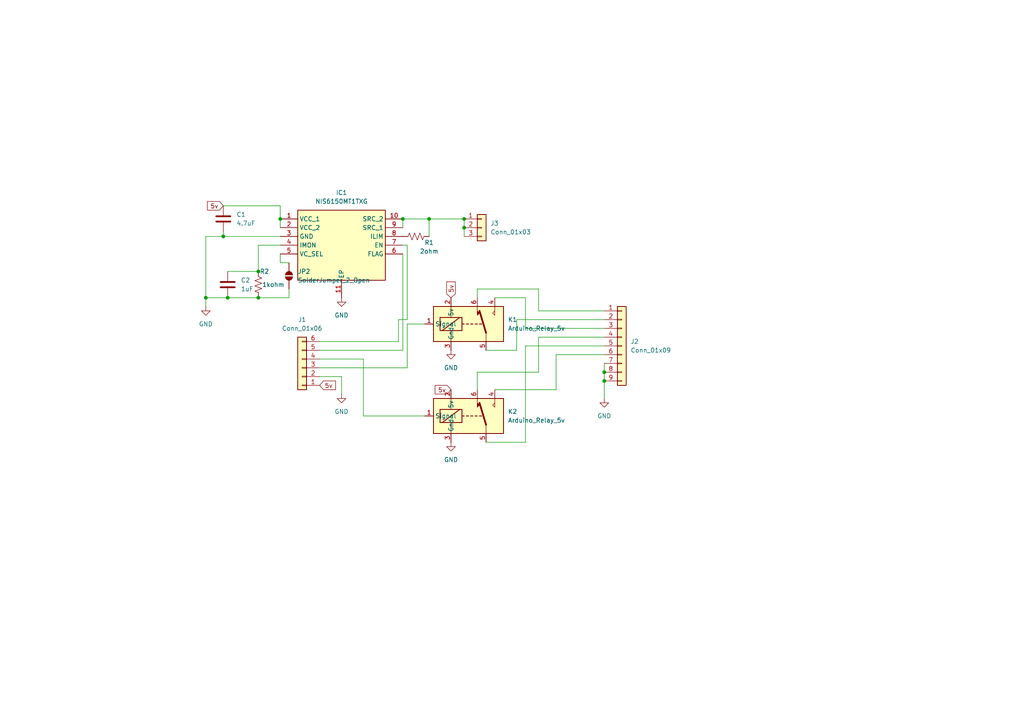
<source format=kicad_sch>
(kicad_sch
	(version 20250114)
	(generator "eeschema")
	(generator_version "9.0")
	(uuid "065e0131-3354-41be-8250-27f24cb15c74")
	(paper "A4")
	(lib_symbols
		(symbol "=Power ICs:NIS6150MT1TXG"
			(exclude_from_sim no)
			(in_bom yes)
			(on_board yes)
			(property "Reference" "IC"
				(at 31.75 7.62 0)
				(effects
					(font
						(size 1.27 1.27)
					)
					(justify left top)
				)
			)
			(property "Value" "NIS6150MT1TXG"
				(at 31.75 5.08 0)
				(effects
					(font
						(size 1.27 1.27)
					)
					(justify left top)
				)
			)
			(property "Footprint" "SON50P300X300X80-11N-D"
				(at 31.75 -94.92 0)
				(effects
					(font
						(size 1.27 1.27)
					)
					(justify left top)
					(hide yes)
				)
			)
			(property "Datasheet" "https://www.onsemi.com/pub/Collateral/NIS6150-D.PDF"
				(at 31.75 -194.92 0)
				(effects
					(font
						(size 1.27 1.27)
					)
					(justify left top)
					(hide yes)
				)
			)
			(property "Description" ""
				(at 0 0 0)
				(effects
					(font
						(size 1.27 1.27)
					)
					(hide yes)
				)
			)
			(property "Height" "0.8"
				(at 31.75 -394.92 0)
				(effects
					(font
						(size 1.27 1.27)
					)
					(justify left top)
					(hide yes)
				)
			)
			(property "Mouser Part Number" "863-NIS6150MT1TXG"
				(at 31.75 -494.92 0)
				(effects
					(font
						(size 1.27 1.27)
					)
					(justify left top)
					(hide yes)
				)
			)
			(property "Mouser Price/Stock" "https://www.mouser.co.uk/ProductDetail/onsemi/NIS6150MT1TXG?qs=BJlw7L4Cy79rRBZL8buluQ%3D%3D"
				(at 31.75 -594.92 0)
				(effects
					(font
						(size 1.27 1.27)
					)
					(justify left top)
					(hide yes)
				)
			)
			(property "Manufacturer_Name" "onsemi"
				(at 31.75 -694.92 0)
				(effects
					(font
						(size 1.27 1.27)
					)
					(justify left top)
					(hide yes)
				)
			)
			(property "Manufacturer_Part_Number" "NIS6150MT1TXG"
				(at 31.75 -794.92 0)
				(effects
					(font
						(size 1.27 1.27)
					)
					(justify left top)
					(hide yes)
				)
			)
			(symbol "NIS6150MT1TXG_1_1"
				(rectangle
					(start 5.08 2.54)
					(end 30.48 -17.78)
					(stroke
						(width 0.254)
						(type default)
					)
					(fill
						(type background)
					)
				)
				(pin passive line
					(at 0 0 0)
					(length 5.08)
					(name "VCC_1"
						(effects
							(font
								(size 1.27 1.27)
							)
						)
					)
					(number "1"
						(effects
							(font
								(size 1.27 1.27)
							)
						)
					)
				)
				(pin passive line
					(at 0 -2.54 0)
					(length 5.08)
					(name "VCC_2"
						(effects
							(font
								(size 1.27 1.27)
							)
						)
					)
					(number "2"
						(effects
							(font
								(size 1.27 1.27)
							)
						)
					)
				)
				(pin passive line
					(at 0 -5.08 0)
					(length 5.08)
					(name "GND"
						(effects
							(font
								(size 1.27 1.27)
							)
						)
					)
					(number "3"
						(effects
							(font
								(size 1.27 1.27)
							)
						)
					)
				)
				(pin passive line
					(at 0 -7.62 0)
					(length 5.08)
					(name "IMON"
						(effects
							(font
								(size 1.27 1.27)
							)
						)
					)
					(number "4"
						(effects
							(font
								(size 1.27 1.27)
							)
						)
					)
				)
				(pin passive line
					(at 0 -10.16 0)
					(length 5.08)
					(name "VC_SEL"
						(effects
							(font
								(size 1.27 1.27)
							)
						)
					)
					(number "5"
						(effects
							(font
								(size 1.27 1.27)
							)
						)
					)
				)
				(pin passive line
					(at 17.78 -22.86 90)
					(length 5.08)
					(name "EP"
						(effects
							(font
								(size 1.27 1.27)
							)
						)
					)
					(number "11"
						(effects
							(font
								(size 1.27 1.27)
							)
						)
					)
				)
				(pin passive line
					(at 35.56 0 180)
					(length 5.08)
					(name "SRC_2"
						(effects
							(font
								(size 1.27 1.27)
							)
						)
					)
					(number "10"
						(effects
							(font
								(size 1.27 1.27)
							)
						)
					)
				)
				(pin passive line
					(at 35.56 -2.54 180)
					(length 5.08)
					(name "SRC_1"
						(effects
							(font
								(size 1.27 1.27)
							)
						)
					)
					(number "9"
						(effects
							(font
								(size 1.27 1.27)
							)
						)
					)
				)
				(pin passive line
					(at 35.56 -5.08 180)
					(length 5.08)
					(name "ILIM"
						(effects
							(font
								(size 1.27 1.27)
							)
						)
					)
					(number "8"
						(effects
							(font
								(size 1.27 1.27)
							)
						)
					)
				)
				(pin passive line
					(at 35.56 -7.62 180)
					(length 5.08)
					(name "EN"
						(effects
							(font
								(size 1.27 1.27)
							)
						)
					)
					(number "7"
						(effects
							(font
								(size 1.27 1.27)
							)
						)
					)
				)
				(pin passive line
					(at 35.56 -10.16 180)
					(length 5.08)
					(name "FLAG"
						(effects
							(font
								(size 1.27 1.27)
							)
						)
					)
					(number "6"
						(effects
							(font
								(size 1.27 1.27)
							)
						)
					)
				)
			)
			(embedded_fonts no)
		)
		(symbol "Arduino Custom:Arduino_Relay_5v"
			(exclude_from_sim no)
			(in_bom yes)
			(on_board yes)
			(property "Reference" "K"
				(at 11.43 3.81 0)
				(effects
					(font
						(size 1.27 1.27)
					)
					(justify left)
				)
			)
			(property "Value" "Arduino_Relay_5v"
				(at 11.43 1.27 0)
				(effects
					(font
						(size 1.27 1.27)
					)
					(justify left)
				)
			)
			(property "Footprint" ""
				(at 11.43 -1.27 0)
				(effects
					(font
						(size 1.27 1.27)
					)
					(justify left)
					(hide yes)
				)
			)
			(property "Datasheet" "~"
				(at 0 0 0)
				(effects
					(font
						(size 1.27 1.27)
					)
					(hide yes)
				)
			)
			(property "Description" ""
				(at 0 0 0)
				(effects
					(font
						(size 1.27 1.27)
					)
					(hide yes)
				)
			)
			(property "ki_keywords" "1P2T 1-Form-C single pole throw"
				(at 0 0 0)
				(effects
					(font
						(size 1.27 1.27)
					)
					(hide yes)
				)
			)
			(property "ki_fp_filters" "Relay?SPDT*"
				(at 0 0 0)
				(effects
					(font
						(size 1.27 1.27)
					)
					(hide yes)
				)
			)
			(symbol "Arduino_Relay_5v_0_0"
				(polyline
					(pts
						(xy 7.62 5.08) (xy 7.62 2.54) (xy 6.985 3.175) (xy 7.62 3.81)
					)
					(stroke
						(width 0)
						(type default)
					)
					(fill
						(type none)
					)
				)
			)
			(symbol "Arduino_Relay_5v_0_1"
				(rectangle
					(start -10.16 5.08)
					(end 10.16 -5.08)
					(stroke
						(width 0.254)
						(type default)
					)
					(fill
						(type background)
					)
				)
				(rectangle
					(start -8.255 1.905)
					(end -1.905 -1.905)
					(stroke
						(width 0.254)
						(type default)
					)
					(fill
						(type none)
					)
				)
				(polyline
					(pts
						(xy -7.62 -1.905) (xy -2.54 1.905)
					)
					(stroke
						(width 0.254)
						(type default)
					)
					(fill
						(type none)
					)
				)
				(polyline
					(pts
						(xy -5.08 5.08) (xy -5.08 1.905)
					)
					(stroke
						(width 0)
						(type default)
					)
					(fill
						(type none)
					)
				)
				(polyline
					(pts
						(xy -5.08 -5.08) (xy -5.08 -1.905)
					)
					(stroke
						(width 0)
						(type default)
					)
					(fill
						(type none)
					)
				)
				(polyline
					(pts
						(xy -1.905 0) (xy -1.27 0)
					)
					(stroke
						(width 0.254)
						(type default)
					)
					(fill
						(type none)
					)
				)
				(polyline
					(pts
						(xy -0.635 0) (xy 0 0)
					)
					(stroke
						(width 0.254)
						(type default)
					)
					(fill
						(type none)
					)
				)
				(polyline
					(pts
						(xy 0.635 0) (xy 1.27 0)
					)
					(stroke
						(width 0.254)
						(type default)
					)
					(fill
						(type none)
					)
				)
				(polyline
					(pts
						(xy 1.905 0) (xy 2.54 0)
					)
					(stroke
						(width 0.254)
						(type default)
					)
					(fill
						(type none)
					)
				)
				(polyline
					(pts
						(xy 2.54 5.08) (xy 2.54 2.54) (xy 3.175 3.175) (xy 2.54 3.81)
					)
					(stroke
						(width 0)
						(type default)
					)
					(fill
						(type outline)
					)
				)
				(polyline
					(pts
						(xy 3.175 0) (xy 3.81 0)
					)
					(stroke
						(width 0.254)
						(type default)
					)
					(fill
						(type none)
					)
				)
				(polyline
					(pts
						(xy 5.08 -2.54) (xy 3.175 3.81)
					)
					(stroke
						(width 0.508)
						(type default)
					)
					(fill
						(type none)
					)
				)
				(polyline
					(pts
						(xy 5.08 -2.54) (xy 5.08 -5.08)
					)
					(stroke
						(width 0)
						(type default)
					)
					(fill
						(type none)
					)
				)
			)
			(symbol "Arduino_Relay_5v_1_1"
				(pin input line
					(at -12.7 0 0)
					(length 2.54)
					(name "Signal"
						(effects
							(font
								(size 1.27 1.27)
							)
						)
					)
					(number "1"
						(effects
							(font
								(size 1.27 1.27)
							)
						)
					)
				)
				(pin power_in line
					(at -5.08 7.62 270)
					(length 2.54)
					(name "5v"
						(effects
							(font
								(size 1.27 1.27)
							)
						)
					)
					(number "2"
						(effects
							(font
								(size 1.27 1.27)
							)
						)
					)
				)
				(pin power_in line
					(at -5.08 -7.62 90)
					(length 2.54)
					(name "Gnd"
						(effects
							(font
								(size 1.27 1.27)
							)
						)
					)
					(number "3"
						(effects
							(font
								(size 1.27 1.27)
							)
						)
					)
				)
				(pin passive line
					(at 2.54 7.62 270)
					(length 2.54)
					(name "~"
						(effects
							(font
								(size 1.27 1.27)
							)
						)
					)
					(number "6"
						(effects
							(font
								(size 1.27 1.27)
							)
						)
					)
				)
				(pin passive line
					(at 5.08 -7.62 90)
					(length 2.54)
					(name "~"
						(effects
							(font
								(size 1.27 1.27)
							)
						)
					)
					(number "5"
						(effects
							(font
								(size 1.27 1.27)
							)
						)
					)
				)
				(pin passive line
					(at 7.62 7.62 270)
					(length 2.54)
					(name "~"
						(effects
							(font
								(size 1.27 1.27)
							)
						)
					)
					(number "4"
						(effects
							(font
								(size 1.27 1.27)
							)
						)
					)
				)
			)
			(embedded_fonts no)
		)
		(symbol "Connector_Generic:Conn_01x03"
			(pin_names
				(offset 1.016)
				(hide yes)
			)
			(exclude_from_sim no)
			(in_bom yes)
			(on_board yes)
			(property "Reference" "J"
				(at 0 5.08 0)
				(effects
					(font
						(size 1.27 1.27)
					)
				)
			)
			(property "Value" "Conn_01x03"
				(at 0 -5.08 0)
				(effects
					(font
						(size 1.27 1.27)
					)
				)
			)
			(property "Footprint" ""
				(at 0 0 0)
				(effects
					(font
						(size 1.27 1.27)
					)
					(hide yes)
				)
			)
			(property "Datasheet" "~"
				(at 0 0 0)
				(effects
					(font
						(size 1.27 1.27)
					)
					(hide yes)
				)
			)
			(property "Description" "Generic connector, single row, 01x03, script generated (kicad-library-utils/schlib/autogen/connector/)"
				(at 0 0 0)
				(effects
					(font
						(size 1.27 1.27)
					)
					(hide yes)
				)
			)
			(property "ki_keywords" "connector"
				(at 0 0 0)
				(effects
					(font
						(size 1.27 1.27)
					)
					(hide yes)
				)
			)
			(property "ki_fp_filters" "Connector*:*_1x??_*"
				(at 0 0 0)
				(effects
					(font
						(size 1.27 1.27)
					)
					(hide yes)
				)
			)
			(symbol "Conn_01x03_1_1"
				(rectangle
					(start -1.27 3.81)
					(end 1.27 -3.81)
					(stroke
						(width 0.254)
						(type default)
					)
					(fill
						(type background)
					)
				)
				(rectangle
					(start -1.27 2.667)
					(end 0 2.413)
					(stroke
						(width 0.1524)
						(type default)
					)
					(fill
						(type none)
					)
				)
				(rectangle
					(start -1.27 0.127)
					(end 0 -0.127)
					(stroke
						(width 0.1524)
						(type default)
					)
					(fill
						(type none)
					)
				)
				(rectangle
					(start -1.27 -2.413)
					(end 0 -2.667)
					(stroke
						(width 0.1524)
						(type default)
					)
					(fill
						(type none)
					)
				)
				(pin passive line
					(at -5.08 2.54 0)
					(length 3.81)
					(name "Pin_1"
						(effects
							(font
								(size 1.27 1.27)
							)
						)
					)
					(number "1"
						(effects
							(font
								(size 1.27 1.27)
							)
						)
					)
				)
				(pin passive line
					(at -5.08 0 0)
					(length 3.81)
					(name "Pin_2"
						(effects
							(font
								(size 1.27 1.27)
							)
						)
					)
					(number "2"
						(effects
							(font
								(size 1.27 1.27)
							)
						)
					)
				)
				(pin passive line
					(at -5.08 -2.54 0)
					(length 3.81)
					(name "Pin_3"
						(effects
							(font
								(size 1.27 1.27)
							)
						)
					)
					(number "3"
						(effects
							(font
								(size 1.27 1.27)
							)
						)
					)
				)
			)
			(embedded_fonts no)
		)
		(symbol "Connector_Generic:Conn_01x06"
			(pin_names
				(offset 1.016)
				(hide yes)
			)
			(exclude_from_sim no)
			(in_bom yes)
			(on_board yes)
			(property "Reference" "J"
				(at 0 7.62 0)
				(effects
					(font
						(size 1.27 1.27)
					)
				)
			)
			(property "Value" "Conn_01x06"
				(at 0 -10.16 0)
				(effects
					(font
						(size 1.27 1.27)
					)
				)
			)
			(property "Footprint" ""
				(at 0 0 0)
				(effects
					(font
						(size 1.27 1.27)
					)
					(hide yes)
				)
			)
			(property "Datasheet" "~"
				(at 0 0 0)
				(effects
					(font
						(size 1.27 1.27)
					)
					(hide yes)
				)
			)
			(property "Description" "Generic connector, single row, 01x06, script generated (kicad-library-utils/schlib/autogen/connector/)"
				(at 0 0 0)
				(effects
					(font
						(size 1.27 1.27)
					)
					(hide yes)
				)
			)
			(property "ki_keywords" "connector"
				(at 0 0 0)
				(effects
					(font
						(size 1.27 1.27)
					)
					(hide yes)
				)
			)
			(property "ki_fp_filters" "Connector*:*_1x??_*"
				(at 0 0 0)
				(effects
					(font
						(size 1.27 1.27)
					)
					(hide yes)
				)
			)
			(symbol "Conn_01x06_1_1"
				(rectangle
					(start -1.27 6.35)
					(end 1.27 -8.89)
					(stroke
						(width 0.254)
						(type default)
					)
					(fill
						(type background)
					)
				)
				(rectangle
					(start -1.27 5.207)
					(end 0 4.953)
					(stroke
						(width 0.1524)
						(type default)
					)
					(fill
						(type none)
					)
				)
				(rectangle
					(start -1.27 2.667)
					(end 0 2.413)
					(stroke
						(width 0.1524)
						(type default)
					)
					(fill
						(type none)
					)
				)
				(rectangle
					(start -1.27 0.127)
					(end 0 -0.127)
					(stroke
						(width 0.1524)
						(type default)
					)
					(fill
						(type none)
					)
				)
				(rectangle
					(start -1.27 -2.413)
					(end 0 -2.667)
					(stroke
						(width 0.1524)
						(type default)
					)
					(fill
						(type none)
					)
				)
				(rectangle
					(start -1.27 -4.953)
					(end 0 -5.207)
					(stroke
						(width 0.1524)
						(type default)
					)
					(fill
						(type none)
					)
				)
				(rectangle
					(start -1.27 -7.493)
					(end 0 -7.747)
					(stroke
						(width 0.1524)
						(type default)
					)
					(fill
						(type none)
					)
				)
				(pin passive line
					(at -5.08 5.08 0)
					(length 3.81)
					(name "Pin_1"
						(effects
							(font
								(size 1.27 1.27)
							)
						)
					)
					(number "1"
						(effects
							(font
								(size 1.27 1.27)
							)
						)
					)
				)
				(pin passive line
					(at -5.08 2.54 0)
					(length 3.81)
					(name "Pin_2"
						(effects
							(font
								(size 1.27 1.27)
							)
						)
					)
					(number "2"
						(effects
							(font
								(size 1.27 1.27)
							)
						)
					)
				)
				(pin passive line
					(at -5.08 0 0)
					(length 3.81)
					(name "Pin_3"
						(effects
							(font
								(size 1.27 1.27)
							)
						)
					)
					(number "3"
						(effects
							(font
								(size 1.27 1.27)
							)
						)
					)
				)
				(pin passive line
					(at -5.08 -2.54 0)
					(length 3.81)
					(name "Pin_4"
						(effects
							(font
								(size 1.27 1.27)
							)
						)
					)
					(number "4"
						(effects
							(font
								(size 1.27 1.27)
							)
						)
					)
				)
				(pin passive line
					(at -5.08 -5.08 0)
					(length 3.81)
					(name "Pin_5"
						(effects
							(font
								(size 1.27 1.27)
							)
						)
					)
					(number "5"
						(effects
							(font
								(size 1.27 1.27)
							)
						)
					)
				)
				(pin passive line
					(at -5.08 -7.62 0)
					(length 3.81)
					(name "Pin_6"
						(effects
							(font
								(size 1.27 1.27)
							)
						)
					)
					(number "6"
						(effects
							(font
								(size 1.27 1.27)
							)
						)
					)
				)
			)
			(embedded_fonts no)
		)
		(symbol "Connector_Generic:Conn_01x09"
			(pin_names
				(offset 1.016)
				(hide yes)
			)
			(exclude_from_sim no)
			(in_bom yes)
			(on_board yes)
			(property "Reference" "J"
				(at 0 12.7 0)
				(effects
					(font
						(size 1.27 1.27)
					)
				)
			)
			(property "Value" "Conn_01x09"
				(at 0 -12.7 0)
				(effects
					(font
						(size 1.27 1.27)
					)
				)
			)
			(property "Footprint" ""
				(at 0 0 0)
				(effects
					(font
						(size 1.27 1.27)
					)
					(hide yes)
				)
			)
			(property "Datasheet" "~"
				(at 0 0 0)
				(effects
					(font
						(size 1.27 1.27)
					)
					(hide yes)
				)
			)
			(property "Description" "Generic connector, single row, 01x09, script generated (kicad-library-utils/schlib/autogen/connector/)"
				(at 0 0 0)
				(effects
					(font
						(size 1.27 1.27)
					)
					(hide yes)
				)
			)
			(property "ki_keywords" "connector"
				(at 0 0 0)
				(effects
					(font
						(size 1.27 1.27)
					)
					(hide yes)
				)
			)
			(property "ki_fp_filters" "Connector*:*_1x??_*"
				(at 0 0 0)
				(effects
					(font
						(size 1.27 1.27)
					)
					(hide yes)
				)
			)
			(symbol "Conn_01x09_1_1"
				(rectangle
					(start -1.27 11.43)
					(end 1.27 -11.43)
					(stroke
						(width 0.254)
						(type default)
					)
					(fill
						(type background)
					)
				)
				(rectangle
					(start -1.27 10.287)
					(end 0 10.033)
					(stroke
						(width 0.1524)
						(type default)
					)
					(fill
						(type none)
					)
				)
				(rectangle
					(start -1.27 7.747)
					(end 0 7.493)
					(stroke
						(width 0.1524)
						(type default)
					)
					(fill
						(type none)
					)
				)
				(rectangle
					(start -1.27 5.207)
					(end 0 4.953)
					(stroke
						(width 0.1524)
						(type default)
					)
					(fill
						(type none)
					)
				)
				(rectangle
					(start -1.27 2.667)
					(end 0 2.413)
					(stroke
						(width 0.1524)
						(type default)
					)
					(fill
						(type none)
					)
				)
				(rectangle
					(start -1.27 0.127)
					(end 0 -0.127)
					(stroke
						(width 0.1524)
						(type default)
					)
					(fill
						(type none)
					)
				)
				(rectangle
					(start -1.27 -2.413)
					(end 0 -2.667)
					(stroke
						(width 0.1524)
						(type default)
					)
					(fill
						(type none)
					)
				)
				(rectangle
					(start -1.27 -4.953)
					(end 0 -5.207)
					(stroke
						(width 0.1524)
						(type default)
					)
					(fill
						(type none)
					)
				)
				(rectangle
					(start -1.27 -7.493)
					(end 0 -7.747)
					(stroke
						(width 0.1524)
						(type default)
					)
					(fill
						(type none)
					)
				)
				(rectangle
					(start -1.27 -10.033)
					(end 0 -10.287)
					(stroke
						(width 0.1524)
						(type default)
					)
					(fill
						(type none)
					)
				)
				(pin passive line
					(at -5.08 10.16 0)
					(length 3.81)
					(name "Pin_1"
						(effects
							(font
								(size 1.27 1.27)
							)
						)
					)
					(number "1"
						(effects
							(font
								(size 1.27 1.27)
							)
						)
					)
				)
				(pin passive line
					(at -5.08 7.62 0)
					(length 3.81)
					(name "Pin_2"
						(effects
							(font
								(size 1.27 1.27)
							)
						)
					)
					(number "2"
						(effects
							(font
								(size 1.27 1.27)
							)
						)
					)
				)
				(pin passive line
					(at -5.08 5.08 0)
					(length 3.81)
					(name "Pin_3"
						(effects
							(font
								(size 1.27 1.27)
							)
						)
					)
					(number "3"
						(effects
							(font
								(size 1.27 1.27)
							)
						)
					)
				)
				(pin passive line
					(at -5.08 2.54 0)
					(length 3.81)
					(name "Pin_4"
						(effects
							(font
								(size 1.27 1.27)
							)
						)
					)
					(number "4"
						(effects
							(font
								(size 1.27 1.27)
							)
						)
					)
				)
				(pin passive line
					(at -5.08 0 0)
					(length 3.81)
					(name "Pin_5"
						(effects
							(font
								(size 1.27 1.27)
							)
						)
					)
					(number "5"
						(effects
							(font
								(size 1.27 1.27)
							)
						)
					)
				)
				(pin passive line
					(at -5.08 -2.54 0)
					(length 3.81)
					(name "Pin_6"
						(effects
							(font
								(size 1.27 1.27)
							)
						)
					)
					(number "6"
						(effects
							(font
								(size 1.27 1.27)
							)
						)
					)
				)
				(pin passive line
					(at -5.08 -5.08 0)
					(length 3.81)
					(name "Pin_7"
						(effects
							(font
								(size 1.27 1.27)
							)
						)
					)
					(number "7"
						(effects
							(font
								(size 1.27 1.27)
							)
						)
					)
				)
				(pin passive line
					(at -5.08 -7.62 0)
					(length 3.81)
					(name "Pin_8"
						(effects
							(font
								(size 1.27 1.27)
							)
						)
					)
					(number "8"
						(effects
							(font
								(size 1.27 1.27)
							)
						)
					)
				)
				(pin passive line
					(at -5.08 -10.16 0)
					(length 3.81)
					(name "Pin_9"
						(effects
							(font
								(size 1.27 1.27)
							)
						)
					)
					(number "9"
						(effects
							(font
								(size 1.27 1.27)
							)
						)
					)
				)
			)
			(embedded_fonts no)
		)
		(symbol "Device:C"
			(pin_numbers
				(hide yes)
			)
			(pin_names
				(offset 0.254)
			)
			(exclude_from_sim no)
			(in_bom yes)
			(on_board yes)
			(property "Reference" "C"
				(at 0.635 2.54 0)
				(effects
					(font
						(size 1.27 1.27)
					)
					(justify left)
				)
			)
			(property "Value" "C"
				(at 0.635 -2.54 0)
				(effects
					(font
						(size 1.27 1.27)
					)
					(justify left)
				)
			)
			(property "Footprint" ""
				(at 0.9652 -3.81 0)
				(effects
					(font
						(size 1.27 1.27)
					)
					(hide yes)
				)
			)
			(property "Datasheet" "~"
				(at 0 0 0)
				(effects
					(font
						(size 1.27 1.27)
					)
					(hide yes)
				)
			)
			(property "Description" "Unpolarized capacitor"
				(at 0 0 0)
				(effects
					(font
						(size 1.27 1.27)
					)
					(hide yes)
				)
			)
			(property "ki_keywords" "cap capacitor"
				(at 0 0 0)
				(effects
					(font
						(size 1.27 1.27)
					)
					(hide yes)
				)
			)
			(property "ki_fp_filters" "C_*"
				(at 0 0 0)
				(effects
					(font
						(size 1.27 1.27)
					)
					(hide yes)
				)
			)
			(symbol "C_0_1"
				(polyline
					(pts
						(xy -2.032 0.762) (xy 2.032 0.762)
					)
					(stroke
						(width 0.508)
						(type default)
					)
					(fill
						(type none)
					)
				)
				(polyline
					(pts
						(xy -2.032 -0.762) (xy 2.032 -0.762)
					)
					(stroke
						(width 0.508)
						(type default)
					)
					(fill
						(type none)
					)
				)
			)
			(symbol "C_1_1"
				(pin passive line
					(at 0 3.81 270)
					(length 2.794)
					(name "~"
						(effects
							(font
								(size 1.27 1.27)
							)
						)
					)
					(number "1"
						(effects
							(font
								(size 1.27 1.27)
							)
						)
					)
				)
				(pin passive line
					(at 0 -3.81 90)
					(length 2.794)
					(name "~"
						(effects
							(font
								(size 1.27 1.27)
							)
						)
					)
					(number "2"
						(effects
							(font
								(size 1.27 1.27)
							)
						)
					)
				)
			)
			(embedded_fonts no)
		)
		(symbol "Device:R_US"
			(pin_numbers
				(hide yes)
			)
			(pin_names
				(offset 0)
			)
			(exclude_from_sim no)
			(in_bom yes)
			(on_board yes)
			(property "Reference" "R"
				(at 2.54 0 90)
				(effects
					(font
						(size 1.27 1.27)
					)
				)
			)
			(property "Value" "R_US"
				(at -2.54 0 90)
				(effects
					(font
						(size 1.27 1.27)
					)
				)
			)
			(property "Footprint" ""
				(at 1.016 -0.254 90)
				(effects
					(font
						(size 1.27 1.27)
					)
					(hide yes)
				)
			)
			(property "Datasheet" "~"
				(at 0 0 0)
				(effects
					(font
						(size 1.27 1.27)
					)
					(hide yes)
				)
			)
			(property "Description" "Resistor, US symbol"
				(at 0 0 0)
				(effects
					(font
						(size 1.27 1.27)
					)
					(hide yes)
				)
			)
			(property "ki_keywords" "R res resistor"
				(at 0 0 0)
				(effects
					(font
						(size 1.27 1.27)
					)
					(hide yes)
				)
			)
			(property "ki_fp_filters" "R_*"
				(at 0 0 0)
				(effects
					(font
						(size 1.27 1.27)
					)
					(hide yes)
				)
			)
			(symbol "R_US_0_1"
				(polyline
					(pts
						(xy 0 2.286) (xy 0 2.54)
					)
					(stroke
						(width 0)
						(type default)
					)
					(fill
						(type none)
					)
				)
				(polyline
					(pts
						(xy 0 2.286) (xy 1.016 1.905) (xy 0 1.524) (xy -1.016 1.143) (xy 0 0.762)
					)
					(stroke
						(width 0)
						(type default)
					)
					(fill
						(type none)
					)
				)
				(polyline
					(pts
						(xy 0 0.762) (xy 1.016 0.381) (xy 0 0) (xy -1.016 -0.381) (xy 0 -0.762)
					)
					(stroke
						(width 0)
						(type default)
					)
					(fill
						(type none)
					)
				)
				(polyline
					(pts
						(xy 0 -0.762) (xy 1.016 -1.143) (xy 0 -1.524) (xy -1.016 -1.905) (xy 0 -2.286)
					)
					(stroke
						(width 0)
						(type default)
					)
					(fill
						(type none)
					)
				)
				(polyline
					(pts
						(xy 0 -2.286) (xy 0 -2.54)
					)
					(stroke
						(width 0)
						(type default)
					)
					(fill
						(type none)
					)
				)
			)
			(symbol "R_US_1_1"
				(pin passive line
					(at 0 3.81 270)
					(length 1.27)
					(name "~"
						(effects
							(font
								(size 1.27 1.27)
							)
						)
					)
					(number "1"
						(effects
							(font
								(size 1.27 1.27)
							)
						)
					)
				)
				(pin passive line
					(at 0 -3.81 90)
					(length 1.27)
					(name "~"
						(effects
							(font
								(size 1.27 1.27)
							)
						)
					)
					(number "2"
						(effects
							(font
								(size 1.27 1.27)
							)
						)
					)
				)
			)
			(embedded_fonts no)
		)
		(symbol "Jumper:SolderJumper_2_Open"
			(pin_numbers
				(hide yes)
			)
			(pin_names
				(offset 0)
				(hide yes)
			)
			(exclude_from_sim yes)
			(in_bom no)
			(on_board yes)
			(property "Reference" "JP"
				(at 0 2.032 0)
				(effects
					(font
						(size 1.27 1.27)
					)
				)
			)
			(property "Value" "SolderJumper_2_Open"
				(at 0 -2.54 0)
				(effects
					(font
						(size 1.27 1.27)
					)
				)
			)
			(property "Footprint" ""
				(at 0 0 0)
				(effects
					(font
						(size 1.27 1.27)
					)
					(hide yes)
				)
			)
			(property "Datasheet" "~"
				(at 0 0 0)
				(effects
					(font
						(size 1.27 1.27)
					)
					(hide yes)
				)
			)
			(property "Description" "Solder Jumper, 2-pole, open"
				(at 0 0 0)
				(effects
					(font
						(size 1.27 1.27)
					)
					(hide yes)
				)
			)
			(property "ki_keywords" "solder jumper SPST"
				(at 0 0 0)
				(effects
					(font
						(size 1.27 1.27)
					)
					(hide yes)
				)
			)
			(property "ki_fp_filters" "SolderJumper*Open*"
				(at 0 0 0)
				(effects
					(font
						(size 1.27 1.27)
					)
					(hide yes)
				)
			)
			(symbol "SolderJumper_2_Open_0_1"
				(polyline
					(pts
						(xy -0.254 1.016) (xy -0.254 -1.016)
					)
					(stroke
						(width 0)
						(type default)
					)
					(fill
						(type none)
					)
				)
				(arc
					(start -0.254 -1.016)
					(mid -1.2656 0)
					(end -0.254 1.016)
					(stroke
						(width 0)
						(type default)
					)
					(fill
						(type none)
					)
				)
				(arc
					(start -0.254 -1.016)
					(mid -1.2656 0)
					(end -0.254 1.016)
					(stroke
						(width 0)
						(type default)
					)
					(fill
						(type outline)
					)
				)
				(arc
					(start 0.254 1.016)
					(mid 1.2656 0)
					(end 0.254 -1.016)
					(stroke
						(width 0)
						(type default)
					)
					(fill
						(type none)
					)
				)
				(arc
					(start 0.254 1.016)
					(mid 1.2656 0)
					(end 0.254 -1.016)
					(stroke
						(width 0)
						(type default)
					)
					(fill
						(type outline)
					)
				)
				(polyline
					(pts
						(xy 0.254 1.016) (xy 0.254 -1.016)
					)
					(stroke
						(width 0)
						(type default)
					)
					(fill
						(type none)
					)
				)
			)
			(symbol "SolderJumper_2_Open_1_1"
				(pin passive line
					(at -3.81 0 0)
					(length 2.54)
					(name "A"
						(effects
							(font
								(size 1.27 1.27)
							)
						)
					)
					(number "1"
						(effects
							(font
								(size 1.27 1.27)
							)
						)
					)
				)
				(pin passive line
					(at 3.81 0 180)
					(length 2.54)
					(name "B"
						(effects
							(font
								(size 1.27 1.27)
							)
						)
					)
					(number "2"
						(effects
							(font
								(size 1.27 1.27)
							)
						)
					)
				)
			)
			(embedded_fonts no)
		)
		(symbol "power:GND"
			(power)
			(pin_numbers
				(hide yes)
			)
			(pin_names
				(offset 0)
				(hide yes)
			)
			(exclude_from_sim no)
			(in_bom yes)
			(on_board yes)
			(property "Reference" "#PWR"
				(at 0 -6.35 0)
				(effects
					(font
						(size 1.27 1.27)
					)
					(hide yes)
				)
			)
			(property "Value" "GND"
				(at 0 -3.81 0)
				(effects
					(font
						(size 1.27 1.27)
					)
				)
			)
			(property "Footprint" ""
				(at 0 0 0)
				(effects
					(font
						(size 1.27 1.27)
					)
					(hide yes)
				)
			)
			(property "Datasheet" ""
				(at 0 0 0)
				(effects
					(font
						(size 1.27 1.27)
					)
					(hide yes)
				)
			)
			(property "Description" "Power symbol creates a global label with name \"GND\" , ground"
				(at 0 0 0)
				(effects
					(font
						(size 1.27 1.27)
					)
					(hide yes)
				)
			)
			(property "ki_keywords" "global power"
				(at 0 0 0)
				(effects
					(font
						(size 1.27 1.27)
					)
					(hide yes)
				)
			)
			(symbol "GND_0_1"
				(polyline
					(pts
						(xy 0 0) (xy 0 -1.27) (xy 1.27 -1.27) (xy 0 -2.54) (xy -1.27 -1.27) (xy 0 -1.27)
					)
					(stroke
						(width 0)
						(type default)
					)
					(fill
						(type none)
					)
				)
			)
			(symbol "GND_1_1"
				(pin power_in line
					(at 0 0 270)
					(length 0)
					(name "~"
						(effects
							(font
								(size 1.27 1.27)
							)
						)
					)
					(number "1"
						(effects
							(font
								(size 1.27 1.27)
							)
						)
					)
				)
			)
			(embedded_fonts no)
		)
	)
	(junction
		(at 116.84 63.5)
		(diameter 0)
		(color 0 0 0 0)
		(uuid "06fe08e2-046e-46f1-88e5-d07bdb17bab2")
	)
	(junction
		(at 81.28 63.5)
		(diameter 0)
		(color 0 0 0 0)
		(uuid "30551bb6-baf7-4fbb-ab85-36fbad1dbcfb")
	)
	(junction
		(at 66.04 86.36)
		(diameter 0)
		(color 0 0 0 0)
		(uuid "33b0cb30-bafe-4929-871b-1184aac6a7f7")
	)
	(junction
		(at 74.93 78.74)
		(diameter 0)
		(color 0 0 0 0)
		(uuid "88c154bc-6e49-4065-8a6c-0dc48d5dcdaf")
	)
	(junction
		(at 175.26 107.95)
		(diameter 0)
		(color 0 0 0 0)
		(uuid "a99af58f-3b8c-47b6-9210-2a639f2af3f6")
	)
	(junction
		(at 175.26 110.49)
		(diameter 0)
		(color 0 0 0 0)
		(uuid "c2b2acde-f285-43e3-971d-1bed54e16a75")
	)
	(junction
		(at 134.62 66.04)
		(diameter 0)
		(color 0 0 0 0)
		(uuid "cd594fec-7c75-48fd-b10d-94253fabc38a")
	)
	(junction
		(at 64.77 68.58)
		(diameter 0)
		(color 0 0 0 0)
		(uuid "d6d2944d-3fcc-4242-af49-0a90da8d2941")
	)
	(junction
		(at 59.69 86.36)
		(diameter 0)
		(color 0 0 0 0)
		(uuid "da8d3edb-bf8e-49fd-9e3e-4f61fa8b25d7")
	)
	(junction
		(at 134.62 63.5)
		(diameter 0)
		(color 0 0 0 0)
		(uuid "ec8df8ab-b602-43d3-b77b-3bc379e610ca")
	)
	(junction
		(at 74.93 86.36)
		(diameter 0)
		(color 0 0 0 0)
		(uuid "ef18ea71-8a24-447c-a993-f667dfda490c")
	)
	(junction
		(at 124.46 63.5)
		(diameter 0)
		(color 0 0 0 0)
		(uuid "efdf255c-fdc6-4b70-afe6-94a13b5ef465")
	)
	(wire
		(pts
			(xy 105.41 120.65) (xy 123.19 120.65)
		)
		(stroke
			(width 0)
			(type default)
		)
		(uuid "0217cc5f-d369-49fa-b9b1-5fc475cfe15c")
	)
	(wire
		(pts
			(xy 134.62 63.5) (xy 134.62 66.04)
		)
		(stroke
			(width 0)
			(type default)
		)
		(uuid "0d5513d0-607e-43b2-bd3e-9b561856799f")
	)
	(wire
		(pts
			(xy 118.11 106.68) (xy 118.11 93.98)
		)
		(stroke
			(width 0)
			(type default)
		)
		(uuid "0e7e5bcf-ed21-4f59-a715-d243b176db0a")
	)
	(wire
		(pts
			(xy 115.57 92.71) (xy 115.57 99.06)
		)
		(stroke
			(width 0)
			(type default)
		)
		(uuid "0eb25650-ab94-46a6-8afc-29cbaf46be42")
	)
	(wire
		(pts
			(xy 118.11 71.12) (xy 118.11 92.71)
		)
		(stroke
			(width 0)
			(type default)
		)
		(uuid "0f856c9d-d202-423e-a72f-59ac46cab7ba")
	)
	(wire
		(pts
			(xy 138.43 107.95) (xy 156.21 107.95)
		)
		(stroke
			(width 0)
			(type default)
		)
		(uuid "0fc98471-c550-4200-ae07-c341255b355e")
	)
	(wire
		(pts
			(xy 138.43 86.36) (xy 138.43 83.82)
		)
		(stroke
			(width 0)
			(type default)
		)
		(uuid "11512c14-4508-4836-9f94-58c5190d3b4d")
	)
	(wire
		(pts
			(xy 138.43 83.82) (xy 156.21 83.82)
		)
		(stroke
			(width 0)
			(type default)
		)
		(uuid "161837b3-511a-493a-8c01-84e70a357875")
	)
	(wire
		(pts
			(xy 156.21 83.82) (xy 156.21 90.17)
		)
		(stroke
			(width 0)
			(type default)
		)
		(uuid "189e45eb-39de-489b-9a88-0f0020403f66")
	)
	(wire
		(pts
			(xy 59.69 68.58) (xy 64.77 68.58)
		)
		(stroke
			(width 0)
			(type default)
		)
		(uuid "1fb6f133-c129-4902-9ac4-da2c8b949068")
	)
	(wire
		(pts
			(xy 161.29 102.87) (xy 175.26 102.87)
		)
		(stroke
			(width 0)
			(type default)
		)
		(uuid "24d1a8d1-7267-4dcb-b8c7-83bd0d18c545")
	)
	(wire
		(pts
			(xy 118.11 92.71) (xy 115.57 92.71)
		)
		(stroke
			(width 0)
			(type default)
		)
		(uuid "28b058f9-9d15-4dee-9aec-f5882b8b196f")
	)
	(wire
		(pts
			(xy 134.62 66.04) (xy 134.62 68.58)
		)
		(stroke
			(width 0)
			(type default)
		)
		(uuid "34410451-7596-4a2a-9c32-a9b53f4ba6f2")
	)
	(wire
		(pts
			(xy 115.57 99.06) (xy 92.71 99.06)
		)
		(stroke
			(width 0)
			(type default)
		)
		(uuid "3a2d75db-4f75-4d57-8e1b-91d92a59c4e6")
	)
	(wire
		(pts
			(xy 92.71 104.14) (xy 105.41 104.14)
		)
		(stroke
			(width 0)
			(type default)
		)
		(uuid "3d655a72-48c2-42ce-aa32-fc1364ed4903")
	)
	(wire
		(pts
			(xy 156.21 107.95) (xy 156.21 97.79)
		)
		(stroke
			(width 0)
			(type default)
		)
		(uuid "468ad4ef-c4a4-408f-884b-7937f4fed3c8")
	)
	(wire
		(pts
			(xy 124.46 63.5) (xy 124.46 68.58)
		)
		(stroke
			(width 0)
			(type default)
		)
		(uuid "4f097624-d794-4c8a-911f-97c214a22606")
	)
	(wire
		(pts
			(xy 81.28 76.2) (xy 83.82 76.2)
		)
		(stroke
			(width 0)
			(type default)
		)
		(uuid "4f6d2382-5de8-42b2-8f1a-ff55cc089634")
	)
	(wire
		(pts
			(xy 64.77 67.31) (xy 64.77 68.58)
		)
		(stroke
			(width 0)
			(type default)
		)
		(uuid "598c7320-4287-4e5d-a719-09f1edb0c8d5")
	)
	(wire
		(pts
			(xy 156.21 97.79) (xy 175.26 97.79)
		)
		(stroke
			(width 0)
			(type default)
		)
		(uuid "5b463bc1-5fc8-4ffe-99f0-732949081f30")
	)
	(wire
		(pts
			(xy 116.84 63.5) (xy 124.46 63.5)
		)
		(stroke
			(width 0)
			(type default)
		)
		(uuid "65cbd780-e5b6-48e2-abe9-5d78e1d67eef")
	)
	(wire
		(pts
			(xy 74.93 71.12) (xy 74.93 78.74)
		)
		(stroke
			(width 0)
			(type default)
		)
		(uuid "69507f0d-04a9-4d78-9984-d9ca5cb5d75b")
	)
	(wire
		(pts
			(xy 74.93 86.36) (xy 83.82 86.36)
		)
		(stroke
			(width 0)
			(type default)
		)
		(uuid "695bad09-e580-4b4c-896d-b7119de98dc3")
	)
	(wire
		(pts
			(xy 66.04 78.74) (xy 74.93 78.74)
		)
		(stroke
			(width 0)
			(type default)
		)
		(uuid "69b33447-f1ae-4eb9-bf99-7f88be66d657")
	)
	(wire
		(pts
			(xy 140.97 128.27) (xy 152.4 128.27)
		)
		(stroke
			(width 0)
			(type default)
		)
		(uuid "6ea82efd-4021-4556-ac7c-f743a5bf8c0e")
	)
	(wire
		(pts
			(xy 59.69 68.58) (xy 59.69 86.36)
		)
		(stroke
			(width 0)
			(type default)
		)
		(uuid "83e77ecb-a3a9-4205-9e13-18ebf8e3749c")
	)
	(wire
		(pts
			(xy 143.51 113.03) (xy 161.29 113.03)
		)
		(stroke
			(width 0)
			(type default)
		)
		(uuid "8b6716d6-16ed-4497-9976-2d093dd57143")
	)
	(wire
		(pts
			(xy 116.84 63.5) (xy 116.84 66.04)
		)
		(stroke
			(width 0)
			(type default)
		)
		(uuid "8cef2f96-4eef-44c5-ae5d-1faa7bea0286")
	)
	(wire
		(pts
			(xy 116.84 73.66) (xy 116.84 101.6)
		)
		(stroke
			(width 0)
			(type default)
		)
		(uuid "9143bcbf-61c2-46df-8797-5b1dc91d0edf")
	)
	(wire
		(pts
			(xy 118.11 93.98) (xy 123.19 93.98)
		)
		(stroke
			(width 0)
			(type default)
		)
		(uuid "932d370c-88e2-419c-b2a4-02630e670c26")
	)
	(wire
		(pts
			(xy 152.4 86.36) (xy 152.4 95.25)
		)
		(stroke
			(width 0)
			(type default)
		)
		(uuid "99b912b0-81f0-4327-a9b1-249bb45901ea")
	)
	(wire
		(pts
			(xy 138.43 113.03) (xy 138.43 107.95)
		)
		(stroke
			(width 0)
			(type default)
		)
		(uuid "9c65d67a-58fc-4d01-a969-b68574c17396")
	)
	(wire
		(pts
			(xy 175.26 110.49) (xy 175.26 115.57)
		)
		(stroke
			(width 0)
			(type default)
		)
		(uuid "9fdededd-7929-468c-b6ed-e841c77e339b")
	)
	(wire
		(pts
			(xy 64.77 59.69) (xy 81.28 59.69)
		)
		(stroke
			(width 0)
			(type default)
		)
		(uuid "a1d60b26-5617-476f-857f-1073b568f993")
	)
	(wire
		(pts
			(xy 105.41 104.14) (xy 105.41 120.65)
		)
		(stroke
			(width 0)
			(type default)
		)
		(uuid "a340a74e-87e2-4a3c-8fa7-e9bdbb2d81b3")
	)
	(wire
		(pts
			(xy 92.71 109.22) (xy 99.06 109.22)
		)
		(stroke
			(width 0)
			(type default)
		)
		(uuid "a53b32ab-ef58-4251-9f23-cc03f829deca")
	)
	(wire
		(pts
			(xy 152.4 128.27) (xy 152.4 100.33)
		)
		(stroke
			(width 0)
			(type default)
		)
		(uuid "aa5a218f-d0fb-4fdc-877a-d26c0a637f9c")
	)
	(wire
		(pts
			(xy 175.26 105.41) (xy 175.26 107.95)
		)
		(stroke
			(width 0)
			(type default)
		)
		(uuid "aa951345-ad80-46bd-8907-d73c4a474e3d")
	)
	(wire
		(pts
			(xy 59.69 86.36) (xy 59.69 88.9)
		)
		(stroke
			(width 0)
			(type default)
		)
		(uuid "aac3dec1-fafa-41c4-a560-204df846ef50")
	)
	(wire
		(pts
			(xy 116.84 71.12) (xy 118.11 71.12)
		)
		(stroke
			(width 0)
			(type default)
		)
		(uuid "b0ce297e-65d9-482c-b233-f11808f66d71")
	)
	(wire
		(pts
			(xy 116.84 101.6) (xy 92.71 101.6)
		)
		(stroke
			(width 0)
			(type default)
		)
		(uuid "b30e275f-0803-463a-b017-38ec07b1588f")
	)
	(wire
		(pts
			(xy 175.26 107.95) (xy 175.26 110.49)
		)
		(stroke
			(width 0)
			(type default)
		)
		(uuid "b57e33cc-e708-411b-864f-689af1d0e421")
	)
	(wire
		(pts
			(xy 83.82 83.82) (xy 83.82 86.36)
		)
		(stroke
			(width 0)
			(type default)
		)
		(uuid "b7c4267c-4e9a-4b38-8e41-693e105065ca")
	)
	(wire
		(pts
			(xy 99.06 109.22) (xy 99.06 114.3)
		)
		(stroke
			(width 0)
			(type default)
		)
		(uuid "b81a8f3d-fba6-4e5b-a681-915afd40b48c")
	)
	(wire
		(pts
			(xy 81.28 71.12) (xy 74.93 71.12)
		)
		(stroke
			(width 0)
			(type default)
		)
		(uuid "b84b9b97-9461-4ac7-86b2-479dd3824b4d")
	)
	(wire
		(pts
			(xy 81.28 63.5) (xy 81.28 66.04)
		)
		(stroke
			(width 0)
			(type default)
		)
		(uuid "ba2a10b3-8251-4c21-9a82-c989352f9fd4")
	)
	(wire
		(pts
			(xy 81.28 73.66) (xy 81.28 76.2)
		)
		(stroke
			(width 0)
			(type default)
		)
		(uuid "bc139c30-a89d-4d99-a9b1-35e96d540c18")
	)
	(wire
		(pts
			(xy 81.28 59.69) (xy 81.28 63.5)
		)
		(stroke
			(width 0)
			(type default)
		)
		(uuid "bd2a9faa-7b9d-41fc-ae39-dd05373b2d7d")
	)
	(wire
		(pts
			(xy 152.4 95.25) (xy 175.26 95.25)
		)
		(stroke
			(width 0)
			(type default)
		)
		(uuid "c11ca089-6466-46c4-9e2a-de5f40d2bb7b")
	)
	(wire
		(pts
			(xy 152.4 100.33) (xy 175.26 100.33)
		)
		(stroke
			(width 0)
			(type default)
		)
		(uuid "c1e9349c-c740-4f2d-a334-6907b288b610")
	)
	(wire
		(pts
			(xy 143.51 86.36) (xy 152.4 86.36)
		)
		(stroke
			(width 0)
			(type default)
		)
		(uuid "c4218ef6-6f0c-4397-afee-fce61fc69c4e")
	)
	(wire
		(pts
			(xy 66.04 86.36) (xy 74.93 86.36)
		)
		(stroke
			(width 0)
			(type default)
		)
		(uuid "c4c9d39e-f45e-4fd0-b9ba-a9eba623f7c2")
	)
	(wire
		(pts
			(xy 59.69 86.36) (xy 66.04 86.36)
		)
		(stroke
			(width 0)
			(type default)
		)
		(uuid "ce12e707-e92d-4ab6-b192-7ba26aa9504c")
	)
	(wire
		(pts
			(xy 161.29 113.03) (xy 161.29 102.87)
		)
		(stroke
			(width 0)
			(type default)
		)
		(uuid "d6b5512c-9ed7-4232-a006-d5354c94c7c4")
	)
	(wire
		(pts
			(xy 81.28 68.58) (xy 64.77 68.58)
		)
		(stroke
			(width 0)
			(type default)
		)
		(uuid "d6ca3244-6fcb-4c9a-b472-c91544575002")
	)
	(wire
		(pts
			(xy 124.46 63.5) (xy 134.62 63.5)
		)
		(stroke
			(width 0)
			(type default)
		)
		(uuid "e0d6d96a-b060-4e77-b6d8-409f3e2431d1")
	)
	(wire
		(pts
			(xy 92.71 106.68) (xy 118.11 106.68)
		)
		(stroke
			(width 0)
			(type default)
		)
		(uuid "e0e3a43e-97c0-4fa1-bcf8-ad4269c0ba23")
	)
	(wire
		(pts
			(xy 149.86 101.6) (xy 149.86 92.71)
		)
		(stroke
			(width 0)
			(type default)
		)
		(uuid "e26c69fc-fd70-4de2-8741-f7cdebb644f2")
	)
	(wire
		(pts
			(xy 140.97 101.6) (xy 149.86 101.6)
		)
		(stroke
			(width 0)
			(type default)
		)
		(uuid "efabba64-50db-4f1f-a3b5-3535aa21c423")
	)
	(wire
		(pts
			(xy 149.86 92.71) (xy 175.26 92.71)
		)
		(stroke
			(width 0)
			(type default)
		)
		(uuid "f15eb3b8-69da-4d8f-8750-e0d764b784cb")
	)
	(wire
		(pts
			(xy 156.21 90.17) (xy 175.26 90.17)
		)
		(stroke
			(width 0)
			(type default)
		)
		(uuid "f399d427-900a-4c81-bf93-a3587a0cd388")
	)
	(global_label "5v"
		(shape input)
		(at 92.71 111.76 0)
		(fields_autoplaced yes)
		(effects
			(font
				(size 1.27 1.27)
			)
			(justify left)
		)
		(uuid "14d064ea-d4bd-42e6-af3d-4c1894a87d1e")
		(property "Intersheetrefs" "${INTERSHEET_REFS}"
			(at 97.8723 111.76 0)
			(effects
				(font
					(size 1.27 1.27)
				)
				(justify left)
				(hide yes)
			)
		)
	)
	(global_label "5v"
		(shape input)
		(at 64.77 59.69 180)
		(fields_autoplaced yes)
		(effects
			(font
				(size 1.27 1.27)
			)
			(justify right)
		)
		(uuid "269e1fd9-807e-4f33-a820-b27c7fbe0bd6")
		(property "Intersheetrefs" "${INTERSHEET_REFS}"
			(at 59.6077 59.69 0)
			(effects
				(font
					(size 1.27 1.27)
				)
				(justify right)
				(hide yes)
			)
		)
	)
	(global_label "5v"
		(shape input)
		(at 130.81 86.36 90)
		(fields_autoplaced yes)
		(effects
			(font
				(size 1.27 1.27)
			)
			(justify left)
		)
		(uuid "67e330f8-e91c-4365-89b3-9c846eb151a1")
		(property "Intersheetrefs" "${INTERSHEET_REFS}"
			(at 130.81 81.1977 90)
			(effects
				(font
					(size 1.27 1.27)
				)
				(justify left)
				(hide yes)
			)
		)
	)
	(global_label "5v"
		(shape input)
		(at 130.81 113.03 180)
		(fields_autoplaced yes)
		(effects
			(font
				(size 1.27 1.27)
			)
			(justify right)
		)
		(uuid "86e6bacc-8719-4ea0-9f1d-ca94e7ea2a78")
		(property "Intersheetrefs" "${INTERSHEET_REFS}"
			(at 125.6477 113.03 0)
			(effects
				(font
					(size 1.27 1.27)
				)
				(justify right)
				(hide yes)
			)
		)
	)
	(symbol
		(lib_id "power:GND")
		(at 175.26 115.57 0)
		(unit 1)
		(exclude_from_sim no)
		(in_bom yes)
		(on_board yes)
		(dnp no)
		(fields_autoplaced yes)
		(uuid "02868dd0-20a1-4b63-a749-f82f0a3c1de8")
		(property "Reference" "#PWR05"
			(at 175.26 121.92 0)
			(effects
				(font
					(size 1.27 1.27)
				)
				(hide yes)
			)
		)
		(property "Value" "GND"
			(at 175.26 120.65 0)
			(effects
				(font
					(size 1.27 1.27)
				)
			)
		)
		(property "Footprint" ""
			(at 175.26 115.57 0)
			(effects
				(font
					(size 1.27 1.27)
				)
				(hide yes)
			)
		)
		(property "Datasheet" ""
			(at 175.26 115.57 0)
			(effects
				(font
					(size 1.27 1.27)
				)
				(hide yes)
			)
		)
		(property "Description" "Power symbol creates a global label with name \"GND\" , ground"
			(at 175.26 115.57 0)
			(effects
				(font
					(size 1.27 1.27)
				)
				(hide yes)
			)
		)
		(pin "1"
			(uuid "a38784e3-3d8f-4cc4-a997-556565e7fca5")
		)
		(instances
			(project "Relay Board"
				(path "/065e0131-3354-41be-8250-27f24cb15c74"
					(reference "#PWR05")
					(unit 1)
				)
			)
		)
	)
	(symbol
		(lib_id "power:GND")
		(at 99.06 114.3 0)
		(unit 1)
		(exclude_from_sim no)
		(in_bom yes)
		(on_board yes)
		(dnp no)
		(fields_autoplaced yes)
		(uuid "03b90240-e6ca-4d9c-9493-138a38775a8d")
		(property "Reference" "#PWR04"
			(at 99.06 120.65 0)
			(effects
				(font
					(size 1.27 1.27)
				)
				(hide yes)
			)
		)
		(property "Value" "GND"
			(at 99.06 119.38 0)
			(effects
				(font
					(size 1.27 1.27)
				)
			)
		)
		(property "Footprint" ""
			(at 99.06 114.3 0)
			(effects
				(font
					(size 1.27 1.27)
				)
				(hide yes)
			)
		)
		(property "Datasheet" ""
			(at 99.06 114.3 0)
			(effects
				(font
					(size 1.27 1.27)
				)
				(hide yes)
			)
		)
		(property "Description" "Power symbol creates a global label with name \"GND\" , ground"
			(at 99.06 114.3 0)
			(effects
				(font
					(size 1.27 1.27)
				)
				(hide yes)
			)
		)
		(pin "1"
			(uuid "4e846b0a-8d8b-47c5-a7a8-525d071451b7")
		)
		(instances
			(project "Relay Board"
				(path "/065e0131-3354-41be-8250-27f24cb15c74"
					(reference "#PWR04")
					(unit 1)
				)
			)
		)
	)
	(symbol
		(lib_id "Connector_Generic:Conn_01x09")
		(at 180.34 100.33 0)
		(unit 1)
		(exclude_from_sim no)
		(in_bom yes)
		(on_board yes)
		(dnp no)
		(fields_autoplaced yes)
		(uuid "0e3d1c14-3691-4aca-a449-a7b0c8834bcc")
		(property "Reference" "J2"
			(at 182.88 99.0599 0)
			(effects
				(font
					(size 1.27 1.27)
				)
				(justify left)
			)
		)
		(property "Value" "Conn_01x09"
			(at 182.88 101.5999 0)
			(effects
				(font
					(size 1.27 1.27)
				)
				(justify left)
			)
		)
		(property "Footprint" "=Screw_Terminal_Block_P3.5mm:PCB_Terminal_Block_9_DEG381-3.5"
			(at 180.34 100.33 0)
			(effects
				(font
					(size 1.27 1.27)
				)
				(hide yes)
			)
		)
		(property "Datasheet" "~"
			(at 180.34 100.33 0)
			(effects
				(font
					(size 1.27 1.27)
				)
				(hide yes)
			)
		)
		(property "Description" "Generic connector, single row, 01x09, script generated (kicad-library-utils/schlib/autogen/connector/)"
			(at 180.34 100.33 0)
			(effects
				(font
					(size 1.27 1.27)
				)
				(hide yes)
			)
		)
		(pin "5"
			(uuid "f1a480d0-5eb2-49c0-9da0-03d0b6e129aa")
		)
		(pin "7"
			(uuid "76f48122-d99a-42e7-879b-99e54860d6ba")
		)
		(pin "4"
			(uuid "208ba96c-9cac-4599-9980-fce5d0e7460e")
		)
		(pin "1"
			(uuid "25fca599-2f41-42b7-a286-c04c82ece57f")
		)
		(pin "3"
			(uuid "f7218e09-19f9-4938-b20a-d6242e1caaf8")
		)
		(pin "6"
			(uuid "5f157615-5520-46b7-8627-b7d9799d79ed")
		)
		(pin "2"
			(uuid "b1554ef1-239e-42b0-ad91-21e9d2987bab")
		)
		(pin "9"
			(uuid "182a05e4-80fa-46c4-8678-095151a57eeb")
		)
		(pin "8"
			(uuid "ef7b3128-cbab-41a0-bcd1-d642306af53f")
		)
		(instances
			(project ""
				(path "/065e0131-3354-41be-8250-27f24cb15c74"
					(reference "J2")
					(unit 1)
				)
			)
		)
	)
	(symbol
		(lib_id "Arduino Custom:Arduino_Relay_5v")
		(at 135.89 93.98 0)
		(unit 1)
		(exclude_from_sim no)
		(in_bom yes)
		(on_board yes)
		(dnp no)
		(fields_autoplaced yes)
		(uuid "2c307675-e2c7-456d-8302-8d96489d4dfc")
		(property "Reference" "K1"
			(at 147.32 92.7099 0)
			(effects
				(font
					(size 1.27 1.27)
				)
				(justify left)
			)
		)
		(property "Value" "Arduino_Relay_5v"
			(at 147.32 95.2499 0)
			(effects
				(font
					(size 1.27 1.27)
				)
				(justify left)
			)
		)
		(property "Footprint" "=Arduino_Custom:5v Arduino Relay"
			(at 147.32 95.25 0)
			(effects
				(font
					(size 1.27 1.27)
				)
				(justify left)
				(hide yes)
			)
		)
		(property "Datasheet" "~"
			(at 135.89 93.98 0)
			(effects
				(font
					(size 1.27 1.27)
				)
				(hide yes)
			)
		)
		(property "Description" ""
			(at 135.89 93.98 0)
			(effects
				(font
					(size 1.27 1.27)
				)
				(hide yes)
			)
		)
		(pin "2"
			(uuid "8518d483-200d-428f-a319-44488072d695")
		)
		(pin "5"
			(uuid "032f098d-7a60-497b-a82d-fe83e81392a3")
		)
		(pin "4"
			(uuid "e11f845b-5db0-4e83-9587-c3eda9aa788f")
		)
		(pin "1"
			(uuid "2e6e0540-17e2-49bb-94a9-1a81a50b5f1f")
		)
		(pin "3"
			(uuid "f6cbf1c7-5bf3-4bab-88c3-f275a1079068")
		)
		(pin "6"
			(uuid "a125184f-a7b5-4a14-9ed2-f20e12c2fc99")
		)
		(instances
			(project ""
				(path "/065e0131-3354-41be-8250-27f24cb15c74"
					(reference "K1")
					(unit 1)
				)
			)
		)
	)
	(symbol
		(lib_id "=Power ICs:NIS6150MT1TXG")
		(at 81.28 63.5 0)
		(unit 1)
		(exclude_from_sim no)
		(in_bom yes)
		(on_board yes)
		(dnp no)
		(fields_autoplaced yes)
		(uuid "3255b3b8-f8f1-49a2-bea9-1811f9f49807")
		(property "Reference" "IC1"
			(at 99.06 55.88 0)
			(effects
				(font
					(size 1.27 1.27)
				)
			)
		)
		(property "Value" "NIS6150MT1TXG"
			(at 99.06 58.42 0)
			(effects
				(font
					(size 1.27 1.27)
				)
			)
		)
		(property "Footprint" "=Power ICs:[NIS6150MT1TXG] Efuse"
			(at 113.03 158.42 0)
			(effects
				(font
					(size 1.27 1.27)
				)
				(justify left top)
				(hide yes)
			)
		)
		(property "Datasheet" "https://www.onsemi.com/pub/Collateral/NIS6150-D.PDF"
			(at 113.03 258.42 0)
			(effects
				(font
					(size 1.27 1.27)
				)
				(justify left top)
				(hide yes)
			)
		)
		(property "Description" ""
			(at 81.28 63.5 0)
			(effects
				(font
					(size 1.27 1.27)
				)
				(hide yes)
			)
		)
		(property "Height" "0.8"
			(at 113.03 458.42 0)
			(effects
				(font
					(size 1.27 1.27)
				)
				(justify left top)
				(hide yes)
			)
		)
		(property "Mouser Part Number" "863-NIS6150MT1TXG"
			(at 113.03 558.42 0)
			(effects
				(font
					(size 1.27 1.27)
				)
				(justify left top)
				(hide yes)
			)
		)
		(property "Mouser Price/Stock" "https://www.mouser.co.uk/ProductDetail/onsemi/NIS6150MT1TXG?qs=BJlw7L4Cy79rRBZL8buluQ%3D%3D"
			(at 113.03 658.42 0)
			(effects
				(font
					(size 1.27 1.27)
				)
				(justify left top)
				(hide yes)
			)
		)
		(property "Manufacturer_Name" "onsemi"
			(at 113.03 758.42 0)
			(effects
				(font
					(size 1.27 1.27)
				)
				(justify left top)
				(hide yes)
			)
		)
		(property "Manufacturer_Part_Number" "NIS6150MT1TXG"
			(at 113.03 858.42 0)
			(effects
				(font
					(size 1.27 1.27)
				)
				(justify left top)
				(hide yes)
			)
		)
		(pin "6"
			(uuid "a07e6e7d-c21c-426d-b054-ce3676488645")
		)
		(pin "4"
			(uuid "d730c29f-6daf-4140-8558-2b970e4d64a6")
		)
		(pin "5"
			(uuid "1715b929-2f41-40cb-b347-e93300ce56cb")
		)
		(pin "7"
			(uuid "ce1f15e0-78c9-4f78-af7a-f8b29e24415e")
		)
		(pin "2"
			(uuid "f453ac2a-7114-499b-bcab-baae25d99c79")
		)
		(pin "1"
			(uuid "ee47b0b1-e04f-46f4-a67f-642253eae3aa")
		)
		(pin "3"
			(uuid "1e583455-2eb3-4a12-95ca-be90f69defe4")
		)
		(pin "10"
			(uuid "289a0dd6-5f52-4917-a775-e71f06676273")
		)
		(pin "11"
			(uuid "86e8a006-b300-4d6f-befe-4e038def489b")
		)
		(pin "9"
			(uuid "2299d561-ae26-49f1-8fc2-a4677b1c0a25")
		)
		(pin "8"
			(uuid "c855f4fb-35cf-4c82-abc2-19a006c35cfd")
		)
		(instances
			(project ""
				(path "/065e0131-3354-41be-8250-27f24cb15c74"
					(reference "IC1")
					(unit 1)
				)
			)
		)
	)
	(symbol
		(lib_id "Jumper:SolderJumper_2_Open")
		(at 83.82 80.01 90)
		(unit 1)
		(exclude_from_sim yes)
		(in_bom no)
		(on_board yes)
		(dnp no)
		(fields_autoplaced yes)
		(uuid "3fb75229-79be-4525-ae15-39a83286125b")
		(property "Reference" "JP2"
			(at 86.36 78.7399 90)
			(effects
				(font
					(size 1.27 1.27)
				)
				(justify right)
			)
		)
		(property "Value" "SolderJumper_2_Open"
			(at 86.36 81.2799 90)
			(effects
				(font
					(size 1.27 1.27)
				)
				(justify right)
			)
		)
		(property "Footprint" "Jumper:SolderJumper-2_P1.3mm_Open_RoundedPad1.0x1.5mm"
			(at 83.82 80.01 0)
			(effects
				(font
					(size 1.27 1.27)
				)
				(hide yes)
			)
		)
		(property "Datasheet" "~"
			(at 83.82 80.01 0)
			(effects
				(font
					(size 1.27 1.27)
				)
				(hide yes)
			)
		)
		(property "Description" "Solder Jumper, 2-pole, open"
			(at 83.82 80.01 0)
			(effects
				(font
					(size 1.27 1.27)
				)
				(hide yes)
			)
		)
		(pin "2"
			(uuid "b2db1e2e-e2e7-4000-bc22-f06144e5b964")
		)
		(pin "1"
			(uuid "34b7f98f-faf5-494c-b907-029e01b7fc4e")
		)
		(instances
			(project ""
				(path "/065e0131-3354-41be-8250-27f24cb15c74"
					(reference "JP2")
					(unit 1)
				)
			)
		)
	)
	(symbol
		(lib_id "Device:C")
		(at 64.77 63.5 0)
		(unit 1)
		(exclude_from_sim no)
		(in_bom yes)
		(on_board yes)
		(dnp no)
		(fields_autoplaced yes)
		(uuid "44b7bfd5-2f71-4c14-b329-76b2ad3e2072")
		(property "Reference" "C1"
			(at 68.58 62.2299 0)
			(effects
				(font
					(size 1.27 1.27)
				)
				(justify left)
			)
		)
		(property "Value" "4.7uF"
			(at 68.58 64.7699 0)
			(effects
				(font
					(size 1.27 1.27)
				)
				(justify left)
			)
		)
		(property "Footprint" "Capacitor_SMD:C_1210_3225Metric_Pad1.33x2.70mm_HandSolder"
			(at 65.7352 67.31 0)
			(effects
				(font
					(size 1.27 1.27)
				)
				(hide yes)
			)
		)
		(property "Datasheet" "~"
			(at 64.77 63.5 0)
			(effects
				(font
					(size 1.27 1.27)
				)
				(hide yes)
			)
		)
		(property "Description" "Unpolarized capacitor"
			(at 64.77 63.5 0)
			(effects
				(font
					(size 1.27 1.27)
				)
				(hide yes)
			)
		)
		(pin "1"
			(uuid "bf343761-b292-4cce-ab89-abd44c15d4cc")
		)
		(pin "2"
			(uuid "78413497-317d-4325-a732-e0ee581f6125")
		)
		(instances
			(project ""
				(path "/065e0131-3354-41be-8250-27f24cb15c74"
					(reference "C1")
					(unit 1)
				)
			)
		)
	)
	(symbol
		(lib_id "Device:R_US")
		(at 74.93 82.55 180)
		(unit 1)
		(exclude_from_sim no)
		(in_bom yes)
		(on_board yes)
		(dnp no)
		(uuid "5825e5a0-87ff-4e78-8da0-6c3a4d74d348")
		(property "Reference" "R2"
			(at 76.708 78.74 0)
			(effects
				(font
					(size 1.27 1.27)
				)
			)
		)
		(property "Value" "1kohm"
			(at 79.248 82.55 0)
			(effects
				(font
					(size 1.27 1.27)
				)
			)
		)
		(property "Footprint" "Resistor_SMD:R_1210_3225Metric_Pad1.30x2.65mm_HandSolder"
			(at 73.914 82.296 90)
			(effects
				(font
					(size 1.27 1.27)
				)
				(hide yes)
			)
		)
		(property "Datasheet" "~"
			(at 74.93 82.55 0)
			(effects
				(font
					(size 1.27 1.27)
				)
				(hide yes)
			)
		)
		(property "Description" "Resistor, US symbol"
			(at 74.93 82.55 0)
			(effects
				(font
					(size 1.27 1.27)
				)
				(hide yes)
			)
		)
		(pin "1"
			(uuid "ac7f1608-7847-4cf8-8fe7-426dd7470105")
		)
		(pin "2"
			(uuid "d982bb04-e654-4d65-ad62-0a822d58e03a")
		)
		(instances
			(project "Relay Board"
				(path "/065e0131-3354-41be-8250-27f24cb15c74"
					(reference "R2")
					(unit 1)
				)
			)
		)
	)
	(symbol
		(lib_id "power:GND")
		(at 99.06 86.36 0)
		(unit 1)
		(exclude_from_sim no)
		(in_bom yes)
		(on_board yes)
		(dnp no)
		(fields_autoplaced yes)
		(uuid "61ac1901-1687-418a-85d8-936a25daa584")
		(property "Reference" "#PWR07"
			(at 99.06 92.71 0)
			(effects
				(font
					(size 1.27 1.27)
				)
				(hide yes)
			)
		)
		(property "Value" "GND"
			(at 99.06 91.44 0)
			(effects
				(font
					(size 1.27 1.27)
				)
			)
		)
		(property "Footprint" ""
			(at 99.06 86.36 0)
			(effects
				(font
					(size 1.27 1.27)
				)
				(hide yes)
			)
		)
		(property "Datasheet" ""
			(at 99.06 86.36 0)
			(effects
				(font
					(size 1.27 1.27)
				)
				(hide yes)
			)
		)
		(property "Description" "Power symbol creates a global label with name \"GND\" , ground"
			(at 99.06 86.36 0)
			(effects
				(font
					(size 1.27 1.27)
				)
				(hide yes)
			)
		)
		(pin "1"
			(uuid "57cafd53-84b4-44e7-bdb0-d1694f90a54a")
		)
		(instances
			(project "Relay Board"
				(path "/065e0131-3354-41be-8250-27f24cb15c74"
					(reference "#PWR07")
					(unit 1)
				)
			)
		)
	)
	(symbol
		(lib_id "Connector_Generic:Conn_01x03")
		(at 139.7 66.04 0)
		(unit 1)
		(exclude_from_sim no)
		(in_bom yes)
		(on_board yes)
		(dnp no)
		(fields_autoplaced yes)
		(uuid "95b93c75-05c1-4acd-9a89-2d5da122f684")
		(property "Reference" "J3"
			(at 142.24 64.7699 0)
			(effects
				(font
					(size 1.27 1.27)
				)
				(justify left)
			)
		)
		(property "Value" "Conn_01x03"
			(at 142.24 67.3099 0)
			(effects
				(font
					(size 1.27 1.27)
				)
				(justify left)
			)
		)
		(property "Footprint" "=Screw_Terminal_Block_P3.5mm:PCB_Terminal_Block_3_DEG381-3.5"
			(at 139.7 66.04 0)
			(effects
				(font
					(size 1.27 1.27)
				)
				(hide yes)
			)
		)
		(property "Datasheet" "~"
			(at 139.7 66.04 0)
			(effects
				(font
					(size 1.27 1.27)
				)
				(hide yes)
			)
		)
		(property "Description" "Generic connector, single row, 01x03, script generated (kicad-library-utils/schlib/autogen/connector/)"
			(at 139.7 66.04 0)
			(effects
				(font
					(size 1.27 1.27)
				)
				(hide yes)
			)
		)
		(pin "3"
			(uuid "f6094b95-e0c0-4975-a1b3-e3867a2d40aa")
		)
		(pin "1"
			(uuid "1738102c-5489-4292-85b4-09d2d59e0b84")
		)
		(pin "2"
			(uuid "81ea3b59-3e5c-4592-afb4-5016d24b56f7")
		)
		(instances
			(project ""
				(path "/065e0131-3354-41be-8250-27f24cb15c74"
					(reference "J3")
					(unit 1)
				)
			)
		)
	)
	(symbol
		(lib_id "Device:R_US")
		(at 120.65 68.58 90)
		(unit 1)
		(exclude_from_sim no)
		(in_bom yes)
		(on_board yes)
		(dnp no)
		(uuid "aa19c664-872e-4c78-8ca2-579a662e9c0c")
		(property "Reference" "R1"
			(at 124.46 70.358 90)
			(effects
				(font
					(size 1.27 1.27)
				)
			)
		)
		(property "Value" "2ohm"
			(at 124.46 72.898 90)
			(effects
				(font
					(size 1.27 1.27)
				)
			)
		)
		(property "Footprint" "Resistor_SMD:R_1210_3225Metric_Pad1.30x2.65mm_HandSolder"
			(at 120.904 67.564 90)
			(effects
				(font
					(size 1.27 1.27)
				)
				(hide yes)
			)
		)
		(property "Datasheet" "~"
			(at 120.65 68.58 0)
			(effects
				(font
					(size 1.27 1.27)
				)
				(hide yes)
			)
		)
		(property "Description" "Resistor, US symbol"
			(at 120.65 68.58 0)
			(effects
				(font
					(size 1.27 1.27)
				)
				(hide yes)
			)
		)
		(pin "1"
			(uuid "b14d1b0a-5aa7-46e9-b03e-a19a5e5d4a06")
		)
		(pin "2"
			(uuid "5c18380e-9e9a-4b24-a9f7-5a21d38f9360")
		)
		(instances
			(project ""
				(path "/065e0131-3354-41be-8250-27f24cb15c74"
					(reference "R1")
					(unit 1)
				)
			)
		)
	)
	(symbol
		(lib_id "power:GND")
		(at 59.69 88.9 0)
		(unit 1)
		(exclude_from_sim no)
		(in_bom yes)
		(on_board yes)
		(dnp no)
		(fields_autoplaced yes)
		(uuid "aff84df4-02cd-4b6a-9efe-b098b7a85256")
		(property "Reference" "#PWR06"
			(at 59.69 95.25 0)
			(effects
				(font
					(size 1.27 1.27)
				)
				(hide yes)
			)
		)
		(property "Value" "GND"
			(at 59.69 93.98 0)
			(effects
				(font
					(size 1.27 1.27)
				)
			)
		)
		(property "Footprint" ""
			(at 59.69 88.9 0)
			(effects
				(font
					(size 1.27 1.27)
				)
				(hide yes)
			)
		)
		(property "Datasheet" ""
			(at 59.69 88.9 0)
			(effects
				(font
					(size 1.27 1.27)
				)
				(hide yes)
			)
		)
		(property "Description" "Power symbol creates a global label with name \"GND\" , ground"
			(at 59.69 88.9 0)
			(effects
				(font
					(size 1.27 1.27)
				)
				(hide yes)
			)
		)
		(pin "1"
			(uuid "9becdf76-b070-46d9-bea9-50cac2e1fa39")
		)
		(instances
			(project "Relay Board"
				(path "/065e0131-3354-41be-8250-27f24cb15c74"
					(reference "#PWR06")
					(unit 1)
				)
			)
		)
	)
	(symbol
		(lib_id "power:GND")
		(at 130.81 128.27 0)
		(unit 1)
		(exclude_from_sim no)
		(in_bom yes)
		(on_board yes)
		(dnp no)
		(fields_autoplaced yes)
		(uuid "bdc1a450-70c9-40a0-abea-7cfba39e131d")
		(property "Reference" "#PWR02"
			(at 130.81 134.62 0)
			(effects
				(font
					(size 1.27 1.27)
				)
				(hide yes)
			)
		)
		(property "Value" "GND"
			(at 130.81 133.35 0)
			(effects
				(font
					(size 1.27 1.27)
				)
			)
		)
		(property "Footprint" ""
			(at 130.81 128.27 0)
			(effects
				(font
					(size 1.27 1.27)
				)
				(hide yes)
			)
		)
		(property "Datasheet" ""
			(at 130.81 128.27 0)
			(effects
				(font
					(size 1.27 1.27)
				)
				(hide yes)
			)
		)
		(property "Description" "Power symbol creates a global label with name \"GND\" , ground"
			(at 130.81 128.27 0)
			(effects
				(font
					(size 1.27 1.27)
				)
				(hide yes)
			)
		)
		(pin "1"
			(uuid "cd89bb20-2284-47cb-a5f8-51f3cb81fc01")
		)
		(instances
			(project "Relay Board"
				(path "/065e0131-3354-41be-8250-27f24cb15c74"
					(reference "#PWR02")
					(unit 1)
				)
			)
		)
	)
	(symbol
		(lib_id "Arduino Custom:Arduino_Relay_5v")
		(at 135.89 120.65 0)
		(unit 1)
		(exclude_from_sim no)
		(in_bom yes)
		(on_board yes)
		(dnp no)
		(fields_autoplaced yes)
		(uuid "d36ef317-b5e5-477f-9253-c230391ac820")
		(property "Reference" "K2"
			(at 147.32 119.3799 0)
			(effects
				(font
					(size 1.27 1.27)
				)
				(justify left)
			)
		)
		(property "Value" "Arduino_Relay_5v"
			(at 147.32 121.9199 0)
			(effects
				(font
					(size 1.27 1.27)
				)
				(justify left)
			)
		)
		(property "Footprint" "=Arduino_Custom:5v Arduino Relay"
			(at 147.32 121.92 0)
			(effects
				(font
					(size 1.27 1.27)
				)
				(justify left)
				(hide yes)
			)
		)
		(property "Datasheet" "~"
			(at 135.89 120.65 0)
			(effects
				(font
					(size 1.27 1.27)
				)
				(hide yes)
			)
		)
		(property "Description" ""
			(at 135.89 120.65 0)
			(effects
				(font
					(size 1.27 1.27)
				)
				(hide yes)
			)
		)
		(pin "2"
			(uuid "0f6c4e2b-a4cf-45fe-a17b-b4fd155b3baa")
		)
		(pin "5"
			(uuid "36ad79b1-66ea-4f28-98d8-5889a179f845")
		)
		(pin "4"
			(uuid "17db6127-e0da-44a2-8c8c-790c53eba238")
		)
		(pin "1"
			(uuid "10dd70f9-36b5-4e34-958a-e0e7c4aef232")
		)
		(pin "3"
			(uuid "2072a2df-1f6d-484d-9925-f5a266272234")
		)
		(pin "6"
			(uuid "30520a37-68f7-439b-8283-963ab8e5760c")
		)
		(instances
			(project "Relay Board"
				(path "/065e0131-3354-41be-8250-27f24cb15c74"
					(reference "K2")
					(unit 1)
				)
			)
		)
	)
	(symbol
		(lib_id "power:GND")
		(at 130.81 101.6 0)
		(unit 1)
		(exclude_from_sim no)
		(in_bom yes)
		(on_board yes)
		(dnp no)
		(fields_autoplaced yes)
		(uuid "e7ab77c8-2fce-4fb5-a486-6c0e8f1eee72")
		(property "Reference" "#PWR03"
			(at 130.81 107.95 0)
			(effects
				(font
					(size 1.27 1.27)
				)
				(hide yes)
			)
		)
		(property "Value" "GND"
			(at 130.81 106.68 0)
			(effects
				(font
					(size 1.27 1.27)
				)
			)
		)
		(property "Footprint" ""
			(at 130.81 101.6 0)
			(effects
				(font
					(size 1.27 1.27)
				)
				(hide yes)
			)
		)
		(property "Datasheet" ""
			(at 130.81 101.6 0)
			(effects
				(font
					(size 1.27 1.27)
				)
				(hide yes)
			)
		)
		(property "Description" "Power symbol creates a global label with name \"GND\" , ground"
			(at 130.81 101.6 0)
			(effects
				(font
					(size 1.27 1.27)
				)
				(hide yes)
			)
		)
		(pin "1"
			(uuid "e9ba0f43-1e77-4841-b03d-b68f675f188e")
		)
		(instances
			(project "Relay Board"
				(path "/065e0131-3354-41be-8250-27f24cb15c74"
					(reference "#PWR03")
					(unit 1)
				)
			)
		)
	)
	(symbol
		(lib_id "Connector_Generic:Conn_01x06")
		(at 87.63 106.68 180)
		(unit 1)
		(exclude_from_sim no)
		(in_bom yes)
		(on_board yes)
		(dnp no)
		(fields_autoplaced yes)
		(uuid "f2207192-710b-4780-9a6c-e5cdbe7d10e5")
		(property "Reference" "J1"
			(at 87.63 92.71 0)
			(effects
				(font
					(size 1.27 1.27)
				)
			)
		)
		(property "Value" "Conn_01x06"
			(at 87.63 95.25 0)
			(effects
				(font
					(size 1.27 1.27)
				)
			)
		)
		(property "Footprint" "Connector_Molex:Molex_Micro-Fit_3.0_43650-0619_1x06_P3.00mm_Vertical"
			(at 87.63 106.68 0)
			(effects
				(font
					(size 1.27 1.27)
				)
				(hide yes)
			)
		)
		(property "Datasheet" "~"
			(at 87.63 106.68 0)
			(effects
				(font
					(size 1.27 1.27)
				)
				(hide yes)
			)
		)
		(property "Description" "Generic connector, single row, 01x06, script generated (kicad-library-utils/schlib/autogen/connector/)"
			(at 87.63 106.68 0)
			(effects
				(font
					(size 1.27 1.27)
				)
				(hide yes)
			)
		)
		(pin "4"
			(uuid "5c6b76f6-80a4-4abb-8738-b608a7ee1a92")
		)
		(pin "1"
			(uuid "70521bad-4b9a-4721-afac-00971f16827b")
		)
		(pin "2"
			(uuid "f8e3437a-43c8-4640-9d83-09c73660d567")
		)
		(pin "3"
			(uuid "dee5c766-533b-4c58-a727-32ca2bb31619")
		)
		(pin "6"
			(uuid "d9603a2a-6d14-41b9-bf69-146529fbe2b1")
		)
		(pin "5"
			(uuid "1cceaf03-25d8-414d-aa01-f9b0a909875c")
		)
		(instances
			(project ""
				(path "/065e0131-3354-41be-8250-27f24cb15c74"
					(reference "J1")
					(unit 1)
				)
			)
		)
	)
	(symbol
		(lib_id "Device:C")
		(at 66.04 82.55 0)
		(unit 1)
		(exclude_from_sim no)
		(in_bom yes)
		(on_board yes)
		(dnp no)
		(fields_autoplaced yes)
		(uuid "fdc13ecb-85aa-41d3-9a7e-1cb55fc838cc")
		(property "Reference" "C2"
			(at 69.85 81.2799 0)
			(effects
				(font
					(size 1.27 1.27)
				)
				(justify left)
			)
		)
		(property "Value" "1uF"
			(at 69.85 83.8199 0)
			(effects
				(font
					(size 1.27 1.27)
				)
				(justify left)
			)
		)
		(property "Footprint" "Capacitor_SMD:C_1210_3225Metric_Pad1.33x2.70mm_HandSolder"
			(at 67.0052 86.36 0)
			(effects
				(font
					(size 1.27 1.27)
				)
				(hide yes)
			)
		)
		(property "Datasheet" "~"
			(at 66.04 82.55 0)
			(effects
				(font
					(size 1.27 1.27)
				)
				(hide yes)
			)
		)
		(property "Description" "Unpolarized capacitor"
			(at 66.04 82.55 0)
			(effects
				(font
					(size 1.27 1.27)
				)
				(hide yes)
			)
		)
		(pin "1"
			(uuid "ed519f4a-d895-4e2a-a9f2-fd2e516e7b77")
		)
		(pin "2"
			(uuid "7655f6ec-0747-407b-be18-21fd4a94917a")
		)
		(instances
			(project "Relay Board"
				(path "/065e0131-3354-41be-8250-27f24cb15c74"
					(reference "C2")
					(unit 1)
				)
			)
		)
	)
	(sheet_instances
		(path "/"
			(page "1")
		)
	)
	(embedded_fonts no)
)

</source>
